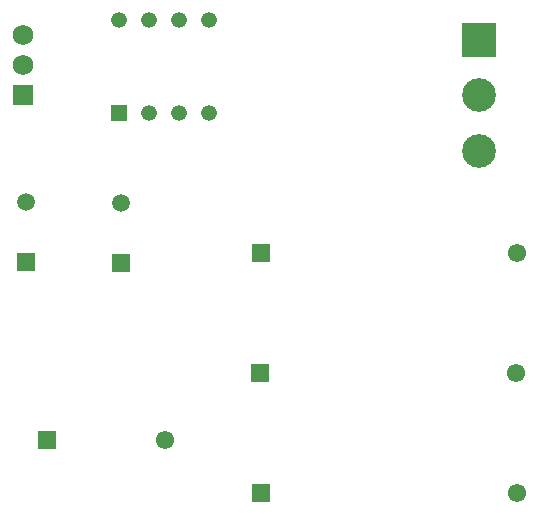
<source format=gts>
G04*
G04 #@! TF.GenerationSoftware,Altium Limited,Altium Designer,21.0.3 (12)*
G04*
G04 Layer_Color=8388736*
%FSLAX25Y25*%
%MOIN*%
G70*
G04*
G04 #@! TF.SameCoordinates,1F937BB2-0F7F-430D-ABFA-2F21A117A81B*
G04*
G04*
G04 #@! TF.FilePolarity,Negative*
G04*
G01*
G75*
%ADD14R,0.06102X0.06102*%
%ADD15C,0.06102*%
%ADD16R,0.11237X0.11237*%
%ADD17C,0.11237*%
%ADD18R,0.05918X0.05918*%
%ADD19C,0.05918*%
%ADD20R,0.05249X0.05249*%
%ADD21C,0.05249*%
%ADD22R,0.06902X0.06902*%
%ADD23C,0.06902*%
D14*
X201862Y173500D02*
D03*
X202224Y213500D02*
D03*
X130815Y151000D02*
D03*
X202224Y133500D02*
D03*
D15*
X287138Y173500D02*
D03*
X287500Y213500D02*
D03*
X170185Y151000D02*
D03*
X287500Y133500D02*
D03*
D16*
X275000Y284500D02*
D03*
D17*
Y266000D02*
D03*
Y247500D02*
D03*
D18*
X155500Y210000D02*
D03*
X124000Y210500D02*
D03*
D19*
X155500Y230000D02*
D03*
X124000Y230500D02*
D03*
D20*
X155000Y259870D02*
D03*
D21*
X165000D02*
D03*
X175000D02*
D03*
X185000D02*
D03*
Y291130D02*
D03*
X175000D02*
D03*
X165000D02*
D03*
X155000D02*
D03*
D22*
X123000Y266000D02*
D03*
D23*
Y276000D02*
D03*
Y286000D02*
D03*
M02*

</source>
